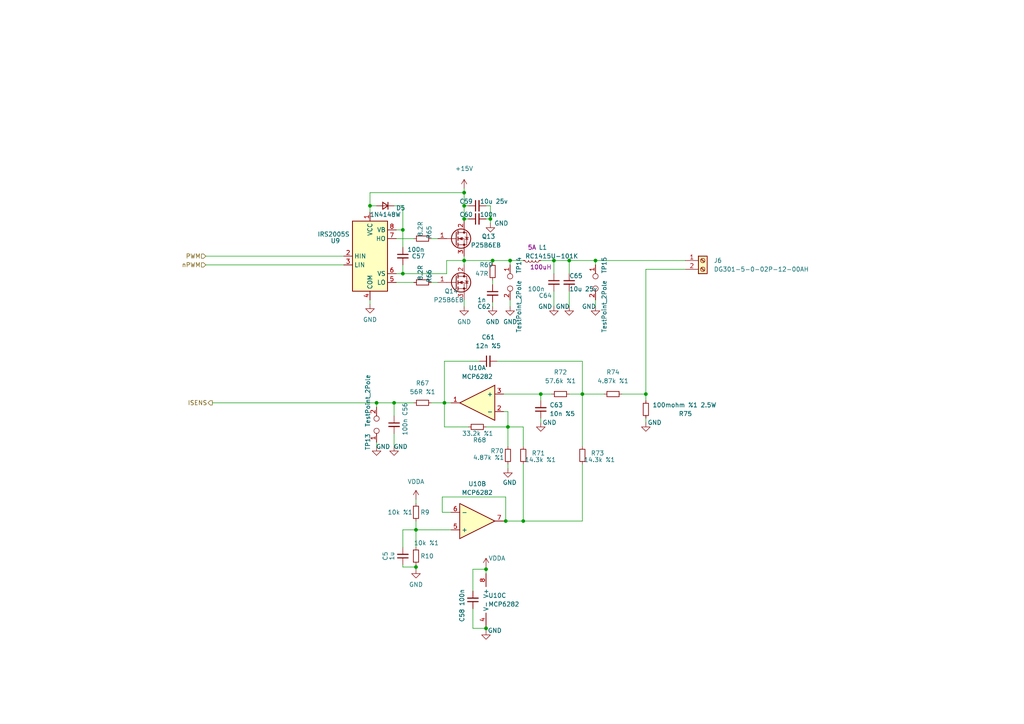
<source format=kicad_sch>
(kicad_sch (version 20211123) (generator eeschema)
  (paper "A4")
  (lib_symbols
    (symbol "Connector:Screw_Terminal_01x02" (pin_names (offset 1.016) hide)
      (property "Reference" "J" (at 0 2.54 0))
      (property "Value" "Screw_Terminal_01x02" (at 0 -5.08 0))
      (symbol "Screw_Terminal_01x02_1_1"
        (rectangle (start -1.27 1.27) (end 1.27 -3.81) (stroke (width 0.254)) (fill (type background)))
        (circle (center 0 -2.54) (radius 0.635) (stroke (width 0.1524)))
        (polyline (pts (xy -0.5334 -2.2098) (xy 0.3302 -3.048)) (stroke (width 0.1524)))
        (polyline (pts (xy -0.5334 0.3302) (xy 0.3302 -0.508)) (stroke (width 0.1524)))
        (polyline (pts (xy -0.3556 -2.032) (xy 0.508 -2.8702)) (stroke (width 0.1524)))
        (polyline (pts (xy -0.3556 0.508) (xy 0.508 -0.3302)) (stroke (width 0.1524)))
        (circle (center 0 0) (radius 0.635) (stroke (width 0.1524)))
        (pin passive line (at -5.08 0 0) (length 3.81) (name "Pin_1") (number "1"))
        (pin passive line (at -5.08 -2.54 0) (length 3.81) (name "Pin_2") (number "2"))
      )
    )
    (symbol "Connector:TestPoint_2Pole" (pin_names (offset 0.762) hide)
      (property "Reference" "TP" (at 0 1.524 0))
      (property "Value" "TestPoint_2Pole" (at 0 -1.778 0))
      (symbol "TestPoint_2Pole_0_1"
        (circle (center -1.778 0) (radius 0.762))
        (circle (center 1.778 0) (radius 0.762))
        (pin passive line (at -5.08 0 0) (length 2.54) (name "1") (number "1"))
        (pin passive line (at 5.08 0 180) (length 2.54) (name "2") (number "2"))
      )
    )
    (symbol "Device:C_Small" (pin_numbers hide) (pin_names (offset 0.254) hide)
      (property "Reference" "C" (at 0.254 1.778 0))
      (property "Value" "C_Small" (at 0.254 -2.032 0))
      (symbol "C_Small_0_1"
        (polyline (pts (xy -1.524 -0.508) (xy 1.524 -0.508)) (stroke (width 0.3302)))
        (polyline (pts (xy -1.524 0.508) (xy 1.524 0.508)) (stroke (width 0.3048)))
      )
      (symbol "C_Small_1_1"
        (pin passive line (at 0 2.54 270) (length 2.032) (name "~") (number "1"))
        (pin passive line (at 0 -2.54 90) (length 2.032) (name "~") (number "2"))
      )
    )
    (symbol "Device:D_Small" (pin_numbers hide) (pin_names (offset 0.254) hide)
      (property "Reference" "D" (at -1.27 2.032 0))
      (property "Value" "D_Small" (at -3.81 -2.032 0))
      (symbol "D_Small_0_1"
        (polyline (pts (xy -0.762 -1.016) (xy -0.762 1.016)) (stroke (width 0.254)))
        (polyline (pts (xy -0.762 0) (xy 0.762 0)))
        (polyline (pts (xy 0.762 -1.016) (xy -0.762 0) (xy 0.762 1.016) (xy 0.762 -1.016)) (stroke (width 0.254)))
      )
      (symbol "D_Small_1_1"
        (pin passive line (at -2.54 0 0) (length 1.778) (name "K") (number "1"))
        (pin passive line (at 2.54 0 180) (length 1.778) (name "A") (number "2"))
      )
    )
    (symbol "Device:L_Small" (pin_numbers hide) (pin_names (offset 0.254) hide)
      (property "Reference" "L" (at 0.762 1.016 0))
      (property "Value" "L_Small" (at 0.762 -1.016 0))
      (symbol "L_Small_0_1"
        (arc (start 0 -2.032) (mid 0.508 -1.524) (end 0 -1.016))
        (arc (start 0 -1.016) (mid 0.508 -0.508) (end 0 0))
        (arc (start 0 0) (mid 0.508 0.508) (end 0 1.016))
        (arc (start 0 1.016) (mid 0.508 1.524) (end 0 2.032))
      )
      (symbol "L_Small_1_1"
        (pin passive line (at 0 2.54 270) (length 0.508) (name "~") (number "1"))
        (pin passive line (at 0 -2.54 90) (length 0.508) (name "~") (number "2"))
      )
    )
    (symbol "Device:Opamp_Dual"
      (property "Reference" "U" (at 0 5.08 0))
      (property "Value" "Opamp_Dual" (at 0 -5.08 0))
      (symbol "Opamp_Dual_1_1"
        (polyline (pts (xy -5.08 5.08) (xy 5.08 0) (xy -5.08 -5.08) (xy -5.08 5.08)) (stroke (width 0.254)) (fill (type background)))
        (pin output line (at 7.62 0 180) (length 2.54) (name "~") (number "1"))
        (pin input line (at -7.62 -2.54 0) (length 2.54) (name "-") (number "2"))
        (pin input line (at -7.62 2.54 0) (length 2.54) (name "+") (number "3"))
      )
      (symbol "Opamp_Dual_2_1"
        (polyline (pts (xy -5.08 5.08) (xy 5.08 0) (xy -5.08 -5.08) (xy -5.08 5.08)) (stroke (width 0.254)) (fill (type background)))
        (pin input line (at -7.62 2.54 0) (length 2.54) (name "+") (number "5"))
        (pin input line (at -7.62 -2.54 0) (length 2.54) (name "-") (number "6"))
        (pin output line (at 7.62 0 180) (length 2.54) (name "~") (number "7"))
      )
      (symbol "Opamp_Dual_3_1"
        (pin power_in line (at -2.54 -7.62 90) (length 3.81) (name "V-") (number "4"))
        (pin power_in line (at -2.54 7.62 270) (length 3.81) (name "V+") (number "8"))
      )
    )
    (symbol "Device:Q_NMOS_GDS" (pin_names (offset 0) hide)
      (property "Reference" "Q" (at 5.08 1.27 0))
      (property "Value" "Q_NMOS_GDS" (at 5.08 -1.27 0))
      (symbol "Q_NMOS_GDS_0_1"
        (polyline (pts (xy 0.254 0) (xy -2.54 0)))
        (polyline (pts (xy 0.254 1.905) (xy 0.254 -1.905)) (stroke (width 0.254)))
        (polyline (pts (xy 0.762 -1.27) (xy 0.762 -2.286)) (stroke (width 0.254)))
        (polyline (pts (xy 0.762 0.508) (xy 0.762 -0.508)) (stroke (width 0.254)))
        (polyline (pts (xy 0.762 2.286) (xy 0.762 1.27)) (stroke (width 0.254)))
        (polyline (pts (xy 2.54 2.54) (xy 2.54 1.778)))
        (polyline (pts (xy 2.54 -2.54) (xy 2.54 0) (xy 0.762 0)))
        (polyline (pts (xy 0.762 -1.778) (xy 3.302 -1.778) (xy 3.302 1.778) (xy 0.762 1.778)))
        (polyline (pts (xy 1.016 0) (xy 2.032 0.381) (xy 2.032 -0.381) (xy 1.016 0)) (fill (type outline)))
        (polyline (pts (xy 2.794 0.508) (xy 2.921 0.381) (xy 3.683 0.381) (xy 3.81 0.254)))
        (polyline (pts (xy 3.302 0.381) (xy 2.921 -0.254) (xy 3.683 -0.254) (xy 3.302 0.381)))
        (circle (center 1.651 0) (radius 2.794) (stroke (width 0.254)))
        (circle (center 2.54 -1.778) (radius 0.254) (fill (type outline)))
        (circle (center 2.54 1.778) (radius 0.254) (fill (type outline)))
      )
      (symbol "Q_NMOS_GDS_1_1"
        (pin input line (at -5.08 0 0) (length 2.54) (name "G") (number "1"))
        (pin passive line (at 2.54 5.08 270) (length 2.54) (name "D") (number "2"))
        (pin passive line (at 2.54 -5.08 90) (length 2.54) (name "S") (number "3"))
      )
    )
    (symbol "Device:R_Small" (pin_numbers hide) (pin_names (offset 0.254) hide)
      (property "Reference" "R" (at 0.762 0.508 0))
      (property "Value" "R_Small" (at 0.762 -1.016 0))
      (symbol "R_Small_0_1"
        (rectangle (start -0.762 1.778) (end 0.762 -1.778) (stroke (width 0.2032)))
      )
      (symbol "R_Small_1_1"
        (pin passive line (at 0 2.54 270) (length 0.762) (name "~") (number "1"))
        (pin passive line (at 0 -2.54 90) (length 0.762) (name "~") (number "2"))
      )
    )
    (symbol "Driver_FET:IRS2005S"
      (property "Reference" "U" (at 1.27 13.335 0))
      (property "Value" "IRS2005S" (at 1.27 11.43 0))
      (symbol "IRS2005S_0_1"
        (rectangle (start -5.08 -10.16) (end 5.08 10.16) (stroke (width 0.254)) (fill (type background)))
      )
      (symbol "IRS2005S_1_1"
        (pin power_in line (at 0 12.7 270) (length 2.54) (name "VCC") (number "1"))
        (pin input line (at -7.62 0 0) (length 2.54) (name "HIN") (number "2"))
        (pin input line (at -7.62 -2.54 0) (length 2.54) (name "LIN") (number "3"))
        (pin power_in line (at 0 -12.7 90) (length 2.54) (name "COM") (number "4"))
        (pin output line (at 7.62 -7.62 180) (length 2.54) (name "LO") (number "5"))
        (pin passive line (at 7.62 -5.08 180) (length 2.54) (name "VS") (number "6"))
        (pin output line (at 7.62 5.08 180) (length 2.54) (name "HO") (number "7"))
        (pin passive line (at 7.62 7.62 180) (length 2.54) (name "VB") (number "8"))
      )
    )
    (symbol "power:+15V" (power) (pin_names (offset 0))
      (property "Value" "+15V" (at 0 3.556 0))
      (symbol "+15V_0_1"
        (polyline (pts (xy -0.762 1.27) (xy 0 2.54)))
        (polyline (pts (xy 0 0) (xy 0 2.54)))
        (polyline (pts (xy 0 2.54) (xy 0.762 1.27)))
      )
      (symbol "+15V_1_1"
        (pin power_in line (at 0 0 90) (length 0) hide (name "+15V") (number "1"))
      )
    )
    (symbol "power:GND" (power) (pin_names (offset 0))
      (property "Value" "GND" (at 0 -3.81 0))
      (symbol "GND_0_1"
        (polyline (pts (xy 0 0) (xy 0 -1.27) (xy 1.27 -1.27) (xy 0 -2.54) (xy -1.27 -1.27) (xy 0 -1.27)))
      )
      (symbol "GND_1_1"
        (pin power_in line (at 0 0 270) (length 0) hide (name "GND") (number "1"))
      )
    )
    (symbol "power:VDDA" (power) (pin_names (offset 0))
      (property "Value" "VDDA" (at 0 3.81 0))
      (symbol "VDDA_0_1"
        (polyline (pts (xy -0.762 1.27) (xy 0 2.54)))
        (polyline (pts (xy 0 0) (xy 0 2.54)))
        (polyline (pts (xy 0 2.54) (xy 0.762 1.27)))
      )
      (symbol "VDDA_1_1"
        (pin power_in line (at 0 0 90) (length 0) hide (name "VDDA") (number "1"))
      )
    )
  )
  (junction (at 134.62 55.88))
  (junction (at 134.62 63.5))
  (junction (at 142.24 63.5))
  (junction (at 109.22 116.84))
  (junction (at 147.955 75.565))
  (junction (at 187.325 114.3))
  (junction (at 146.685 151.13))
  (junction (at 156.845 114.3))
  (junction (at 168.91 114.3))
  (junction (at 140.97 165.1))
  (junction (at 114.3 116.84))
  (junction (at 165.1 75.565))
  (junction (at 160.655 75.565))
  (junction (at 116.84 79.375))
  (junction (at 134.62 75.565))
  (junction (at 120.65 153.67))
  (junction (at 151.765 151.13))
  (junction (at 107.315 59.69))
  (junction (at 142.875 75.565))
  (junction (at 128.905 116.84))
  (junction (at 116.84 66.675))
  (junction (at 172.72 75.565))
  (junction (at 134.62 59.69))
  (junction (at 140.97 182.245))
  (junction (at 147.32 123.825))
  (junction (at 120.65 164.465))
  (wire (pts (xy 134.62 59.69) (xy 135.89 59.69)))
  (wire (pts (xy 140.97 164.465) (xy 140.97 165.1)))
  (wire (pts (xy 147.32 134.62) (xy 147.32 135.89)))
  (wire (pts (xy 137.16 176.53) (xy 137.16 182.245)))
  (wire (pts (xy 140.97 123.825) (xy 147.32 123.825)))
  (wire (pts (xy 125.095 81.915) (xy 127 81.915)))
  (wire (pts (xy 59.69 74.295) (xy 99.695 74.295)))
  (wire (pts (xy 142.24 63.5) (xy 142.24 64.77)))
  (wire (pts (xy 125.095 69.215) (xy 127 69.215)))
  (wire (pts (xy 129.54 79.375) (xy 129.54 75.565)))
  (wire (pts (xy 156.845 121.285) (xy 156.845 122.555)))
  (wire (pts (xy 160.655 84.455) (xy 160.655 88.9)))
  (wire (pts (xy 128.27 144.145) (xy 146.685 144.145)))
  (wire (pts (xy 140.97 182.245) (xy 140.97 182.88)))
  (wire (pts (xy 146.685 144.145) (xy 146.685 151.13)))
  (wire (pts (xy 147.955 86.995) (xy 147.955 88.9)))
  (wire (pts (xy 114.3 116.84) (xy 114.3 120.65)))
  (wire (pts (xy 114.3 125.73) (xy 114.3 129.54)))
  (wire (pts (xy 116.84 79.375) (xy 129.54 79.375)))
  (wire (pts (xy 114.935 81.915) (xy 120.015 81.915)))
  (wire (pts (xy 142.875 75.565) (xy 147.955 75.565)))
  (wire (pts (xy 120.015 116.84) (xy 114.3 116.84)))
  (wire (pts (xy 187.325 114.3) (xy 187.325 78.105)))
  (wire (pts (xy 114.935 79.375) (xy 116.84 79.375)))
  (wire (pts (xy 134.62 55.88) (xy 134.62 59.69)))
  (wire (pts (xy 140.97 181.61) (xy 140.97 182.245)))
  (wire (pts (xy 168.91 114.3) (xy 175.26 114.3)))
  (wire (pts (xy 187.325 114.3) (xy 187.325 116.205)))
  (wire (pts (xy 134.62 74.295) (xy 134.62 75.565)))
  (wire (pts (xy 172.72 75.565) (xy 198.755 75.565)))
  (wire (pts (xy 156.845 114.3) (xy 160.02 114.3)))
  (wire (pts (xy 129.54 75.565) (xy 134.62 75.565)))
  (wire (pts (xy 147.955 75.565) (xy 147.955 76.835)))
  (wire (pts (xy 107.315 86.995) (xy 107.315 88.265)))
  (wire (pts (xy 130.81 148.59) (xy 128.27 148.59)))
  (wire (pts (xy 116.84 59.69) (xy 116.84 66.675)))
  (wire (pts (xy 125.095 116.84) (xy 128.905 116.84)))
  (wire (pts (xy 151.765 134.62) (xy 151.765 151.13)))
  (wire (pts (xy 151.765 151.13) (xy 146.685 151.13)))
  (wire (pts (xy 116.84 158.75) (xy 116.84 153.67)))
  (wire (pts (xy 134.62 54.61) (xy 134.62 55.88)))
  (wire (pts (xy 134.62 86.995) (xy 134.62 88.9)))
  (wire (pts (xy 116.84 76.835) (xy 116.84 79.375)))
  (wire (pts (xy 165.1 75.565) (xy 172.72 75.565)))
  (wire (pts (xy 109.22 59.69) (xy 107.315 59.69)))
  (wire (pts (xy 59.69 76.835) (xy 99.695 76.835)))
  (wire (pts (xy 140.97 63.5) (xy 142.24 63.5)))
  (wire (pts (xy 165.1 75.565) (xy 165.1 79.375)))
  (wire (pts (xy 147.32 123.825) (xy 147.32 119.38)))
  (wire (pts (xy 120.65 151.13) (xy 120.65 153.67)))
  (wire (pts (xy 165.1 84.455) (xy 165.1 88.9)))
  (wire (pts (xy 144.145 104.775) (xy 168.91 104.775)))
  (wire (pts (xy 120.65 163.83) (xy 120.65 164.465)))
  (wire (pts (xy 139.065 104.775) (xy 128.905 104.775)))
  (wire (pts (xy 109.22 116.84) (xy 114.3 116.84)))
  (wire (pts (xy 137.16 165.1) (xy 137.16 171.45)))
  (wire (pts (xy 142.875 81.28) (xy 142.875 82.55)))
  (wire (pts (xy 107.315 55.88) (xy 107.315 59.69)))
  (wire (pts (xy 142.24 59.69) (xy 142.24 63.5)))
  (wire (pts (xy 114.935 69.215) (xy 120.015 69.215)))
  (wire (pts (xy 180.34 114.3) (xy 187.325 114.3)))
  (wire (pts (xy 140.97 59.69) (xy 142.24 59.69)))
  (wire (pts (xy 165.1 114.3) (xy 168.91 114.3)))
  (wire (pts (xy 61.595 116.84) (xy 109.22 116.84)))
  (wire (pts (xy 146.05 151.13) (xy 146.685 151.13)))
  (wire (pts (xy 134.62 75.565) (xy 134.62 76.835)))
  (wire (pts (xy 168.91 114.3) (xy 168.91 129.54)))
  (wire (pts (xy 151.765 123.825) (xy 147.32 123.825)))
  (wire (pts (xy 116.84 164.465) (xy 120.65 164.465)))
  (wire (pts (xy 172.72 75.565) (xy 172.72 76.835)))
  (wire (pts (xy 151.765 151.13) (xy 168.91 151.13)))
  (wire (pts (xy 147.32 119.38) (xy 146.05 119.38)))
  (wire (pts (xy 116.84 153.67) (xy 120.65 153.67)))
  (wire (pts (xy 140.97 165.1) (xy 140.97 166.37)))
  (wire (pts (xy 114.3 59.69) (xy 116.84 59.69)))
  (wire (pts (xy 156.845 114.3) (xy 156.845 116.205)))
  (wire (pts (xy 172.72 86.995) (xy 172.72 88.9)))
  (wire (pts (xy 128.27 148.59) (xy 128.27 144.145)))
  (wire (pts (xy 120.65 146.05) (xy 120.65 144.78)))
  (wire (pts (xy 120.65 153.67) (xy 130.81 153.67)))
  (wire (pts (xy 147.32 123.825) (xy 147.32 129.54)))
  (wire (pts (xy 120.65 164.465) (xy 120.65 165.1)))
  (wire (pts (xy 168.91 104.775) (xy 168.91 114.3)))
  (wire (pts (xy 147.955 75.565) (xy 151.765 75.565)))
  (wire (pts (xy 107.315 55.88) (xy 134.62 55.88)))
  (wire (pts (xy 134.62 63.5) (xy 134.62 64.135)))
  (wire (pts (xy 109.22 128.27) (xy 109.22 129.54)))
  (wire (pts (xy 156.845 75.565) (xy 160.655 75.565)))
  (wire (pts (xy 116.84 71.755) (xy 116.84 66.675)))
  (wire (pts (xy 160.655 75.565) (xy 160.655 79.375)))
  (wire (pts (xy 146.05 114.3) (xy 156.845 114.3)))
  (wire (pts (xy 151.765 129.54) (xy 151.765 123.825)))
  (wire (pts (xy 142.875 75.565) (xy 142.875 76.2)))
  (wire (pts (xy 116.84 163.83) (xy 116.84 164.465)))
  (wire (pts (xy 168.91 151.13) (xy 168.91 134.62)))
  (wire (pts (xy 107.315 59.69) (xy 107.315 61.595)))
  (wire (pts (xy 134.62 59.69) (xy 134.62 63.5)))
  (wire (pts (xy 116.84 66.675) (xy 114.935 66.675)))
  (wire (pts (xy 137.16 182.245) (xy 140.97 182.245)))
  (wire (pts (xy 128.905 116.84) (xy 130.81 116.84)))
  (wire (pts (xy 128.905 104.775) (xy 128.905 116.84)))
  (wire (pts (xy 160.655 75.565) (xy 165.1 75.565)))
  (wire (pts (xy 134.62 75.565) (xy 142.875 75.565)))
  (wire (pts (xy 187.325 78.105) (xy 198.755 78.105)))
  (wire (pts (xy 109.22 116.84) (xy 109.22 118.11)))
  (wire (pts (xy 134.62 63.5) (xy 135.89 63.5)))
  (wire (pts (xy 142.875 87.63) (xy 142.875 88.9)))
  (wire (pts (xy 120.65 153.67) (xy 120.65 158.75)))
  (wire (pts (xy 128.905 123.825) (xy 128.905 116.84)))
  (wire (pts (xy 128.905 123.825) (xy 135.89 123.825)))
  (wire (pts (xy 140.97 165.1) (xy 137.16 165.1)))
  (wire (pts (xy 187.325 121.285) (xy 187.325 122.555)))
  (hierarchical_label "PWM" (shape input) (at 59.69 74.295 180))
  (hierarchical_label "nPWM" (shape input) (at 59.69 76.835 180))
  (hierarchical_label "ISENS" (shape output) (at 61.595 116.84 180))
  (symbol (lib_id "power:VDDA") (at 120.65 144.78 0) (unit 1)
    (property "Reference" "#PWR0162" (effects hide))
    (property "Value" "VDDA" (at 120.65 139.7 0))
  )
  (symbol (lib_id "power:GND") (at 147.32 135.89 0) (unit 1)
    (property "Reference" "#PWR079" (effects hide))
    (property "Value" "GND" (at 147.828 139.954 0))
  )
  (symbol (lib_id "power:+15V") (at 134.62 54.61 0) (unit 1)
    (property "Reference" "#PWR073" (effects hide))
    (property "Value" "+15V" (at 134.62 48.895 0))
  )
  (symbol (lib_id "power:GND") (at 172.72 88.9 0) (unit 1)
    (property "Reference" "#PWR084" (effects hide))
    (property "Value" "GND" (at 170.815 88.9 0))
  )
  (symbol (lib_id "Device:R_Small") (at 187.325 118.745 0) (unit 1)
    (property "Reference" "R75" (at 196.85 120.015 0) (effects (justify left)))
    (property "Value" "100mohm %1 2.5W" (at 189.23 117.475 0) (effects (justify left)))
    (property "Footprint" "Resistor_SMD:R_2512_6332Metric_Pad1.40x3.35mm_HandSolder" (effects hide))
    (property "Link" "https://ozdisan.com/passive-components/resistors/precision-power-and-shunt-resistors/CMS-R100-1-0-3000" (effects hide))
    (property "Price" "0.57604" (effects hide))
  )
  (symbol (lib_id "power:GND") (at 114.3 129.54 0) (unit 1)
    (property "Reference" "#PWR072" (effects hide))
    (property "Value" "GND" (at 116.205 129.54 0))
  )
  (symbol (lib_id "power:GND") (at 120.65 165.1 0) (unit 1)
    (property "Reference" "#PWR0166" (effects hide))
    (property "Value" "GND" (at 120.65 169.545 0))
  )
  (symbol (lib_id "power:GND") (at 107.315 88.265 0) (unit 1)
    (property "Reference" "#PWR070" (effects hide))
    (property "Value" "GND" (at 107.315 92.71 0))
  )
  (symbol (lib_id "Device:R_Small") (at 162.56 114.3 90) (unit 1)
    (property "Reference" "R72" (at 162.56 107.95 90))
    (property "Value" "57.6k %1" (at 162.56 110.49 90))
    (property "Footprint" "Resistor_SMD:R_0603_1608Metric_Pad0.98x0.95mm_HandSolder" (effects hide))
    (property "Link" "https://ozdisan.com/passive-components/resistors/smt-smd-and-chip-resistors/0603SAF5762T5E" (effects hide))
    (property "Price" "0.00221" (effects hide))
  )
  (symbol (lib_id "Device:C_Small") (at 142.875 85.09 0) (unit 1)
    (property "Reference" "C62" (at 138.43 88.9 0) (effects (justify left)))
    (property "Value" "1n" (at 138.43 86.995 0) (effects (justify left)))
    (property "Footprint" "Capacitor_SMD:C_0603_1608Metric_Pad1.08x0.95mm_HandSolder" (effects hide))
    (property "Link" "https://ozdisan.com/passive-components/capacitors/smt-smd-and-mlcc-capacitors/CL10B102KB8NNNC" (effects hide))
    (property "Price" "0.00532" (effects hide))
  )
  (symbol (lib_id "Device:Opamp_Dual") (at 138.43 116.84 0) (mirror y) (unit 1)
    (property "Reference" "U10" (at 138.43 106.68 0))
    (property "Value" "MCP6282" (at 138.43 109.22 0))
    (property "Footprint" "Package_SO:SOIC-8_3.9x4.9mm_P1.27mm" (effects hide))
    (property "Link" "https://ozdisan.com/integrated-circuits-ics/linear-ics/amplifiers/MCP6282T-ESN" (effects hide))
    (property "Price" "1.96988" (effects hide))
  )
  (symbol (lib_id "Device:L_Small") (at 154.305 75.565 270) (unit 1)
    (property "Reference" "L1" (at 157.48 71.755 90))
    (property "Value" "RC1415U-101K" (at 160.02 74.295 90))
    (property "Footprint" "inductor:RC1415U-101K" (effects hide))
    (property "Inductance" "100uH" (at 156.845 77.47 90))
    (property "Current" "5A" (at 154.305 71.755 90))
    (property "Link" "https://ozdisan.com/passive-components/inductors/fixed-inductors/RC1415U-101K" (effects hide))
    (property "Price" "1.21707" (effects hide))
  )
  (symbol (lib_id "Device:R_Small") (at 122.555 116.84 90) (unit 1)
    (property "Reference" "R67" (at 122.555 111.125 90))
    (property "Value" "56R %1" (at 122.555 113.665 90))
    (property "Footprint" "Resistor_SMD:R_0603_1608Metric_Pad0.98x0.95mm_HandSolder" (effects hide))
    (property "Link" "https://ozdisan.com/passive-components/resistors/smt-smd-and-chip-resistors/0603SAF560JT5E" (effects hide))
    (property "Price" "0.00221" (effects hide))
  )
  (symbol (lib_id "power:GND") (at 165.1 88.9 0) (unit 1)
    (property "Reference" "#PWR083" (effects hide))
    (property "Value" "GND" (at 163.195 88.9 0))
  )
  (symbol (lib_id "Device:C_Small") (at 160.655 81.915 0) (unit 1)
    (property "Reference" "C64" (at 156.21 85.725 0) (effects (justify left)))
    (property "Value" "100n" (at 153.035 83.82 0) (effects (justify left)))
    (property "Footprint" "Capacitor_SMD:C_0603_1608Metric_Pad1.08x0.95mm_HandSolder" (effects hide))
    (property "Link" "https://ozdisan.com/passive-components/capacitors/smt-smd-and-mlcc-capacitors/CL10B104KB8NNNC" (effects hide))
    (property "Price" "0.00448" (effects hide))
  )
  (symbol (lib_id "power:GND") (at 142.875 88.9 0) (unit 1)
    (property "Reference" "#PWR078" (effects hide))
    (property "Value" "GND" (at 142.875 93.345 0))
  )
  (symbol (lib_id "Device:Opamp_Dual") (at 138.43 151.13 0) (mirror x) (unit 2)
    (property "Reference" "U10" (at 138.43 140.335 0))
    (property "Value" "MCP6282" (at 138.43 142.875 0))
    (property "Footprint" "Package_SO:SOIC-8_3.9x4.9mm_P1.27mm" (effects hide))
    (property "Link" "https://ozdisan.com/integrated-circuits-ics/linear-ics/amplifiers/MCP6282T-ESN" (effects hide))
    (property "Price" "1.96988" (effects hide))
  )
  (symbol (lib_id "Device:C_Small") (at 114.3 123.19 0) (unit 1)
    (property "Reference" "C56" (at 117.475 120.65 90) (effects (justify left)))
    (property "Value" "100n" (at 117.475 126.365 90) (effects (justify left)))
    (property "Footprint" "Capacitor_SMD:C_0603_1608Metric_Pad1.08x0.95mm_HandSolder" (effects hide))
    (property "Link" "https://ozdisan.com/passive-components/capacitors/smt-smd-and-mlcc-capacitors/CL10B104KB8NNNC" (effects hide))
    (property "Price" "0.00448" (effects hide))
  )
  (symbol (lib_id "Device:R_Small") (at 122.555 81.915 270) (unit 1)
    (property "Reference" "R66" (at 124.46 78.105 0) (effects (justify left)))
    (property "Value" "8.2R" (at 121.92 76.835 0) (effects (justify left)))
    (property "Footprint" "Resistor_SMD:R_0603_1608Metric_Pad0.98x0.95mm_HandSolder" (effects hide))
    (property "Link" "https://ozdisan.com/passive-components/resistors/smt-smd-and-chip-resistors/0603SAJ082JT5E" (effects hide))
    (property "Price" "0.00168" (effects hide))
  )
  (symbol (lib_id "Device:R_Small") (at 147.32 132.08 0) (unit 1)
    (property "Reference" "R70" (at 142.24 130.81 0) (effects (justify left)))
    (property "Value" "4.87k %1" (at 137.16 132.715 0) (effects (justify left)))
    (property "Footprint" "Resistor_SMD:R_0603_1608Metric_Pad0.98x0.95mm_HandSolder" (effects hide))
    (property "Link" "https://ozdisan.com/passive-components/resistors/smt-smd-and-chip-resistors/0603SAF4871T5E" (effects hide))
    (property "Price" "0.00221" (effects hide))
  )
  (symbol (lib_id "Device:R_Small") (at 122.555 69.215 270) (unit 1)
    (property "Reference" "R65" (at 124.46 65.405 0) (effects (justify left)))
    (property "Value" "8.2R" (at 121.92 64.135 0) (effects (justify left)))
    (property "Footprint" "Resistor_SMD:R_0603_1608Metric_Pad0.98x0.95mm_HandSolder" (effects hide))
    (property "Link" "https://ozdisan.com/passive-components/resistors/smt-smd-and-chip-resistors/0603SAJ082JT5E" (effects hide))
    (property "Price" "0.00168" (effects hide))
  )
  (symbol (lib_id "Connector:TestPoint_2Pole") (at 147.955 81.915 270) (unit 1)
    (property "Reference" "TP14" (at 150.495 79.375 0) (effects (justify right)))
    (property "Value" "TestPoint_2Pole" (at 150.495 96.52 0) (effects (justify right)))
    (property "Footprint" "Connector_PinHeader_2.54mm:PinHeader_1x02_P2.54mm_Vertical" (effects hide))
    (property "Link" "https://ozdisan.com/connectors-and-interconnects/headers/pin-headers/L-KLS1-207-1-02-S" (effects hide))
    (property "Price" "0.1293" (effects hide))
  )
  (symbol (lib_id "Device:Q_NMOS_GDS") (at 132.08 81.915 0) (unit 1)
    (property "Reference" "Q14" (at 128.905 84.455 0) (effects (justify left)))
    (property "Value" "P25B6EB" (at 125.73 86.995 0) (effects (justify left)))
    (property "Footprint" "Package_TO_SOT_SMD:TO-252-2" (effects hide))
    (property "Link" "https://ozdisan.com/power-semiconductors/mosfets/discrete-mosfets/P25B6EB-5071" (effects hide))
    (property "Price" "0.76360" (effects hide))
  )
  (symbol (lib_id "Device:C_Small") (at 116.84 161.29 180) (unit 1)
    (property "Reference" "C5" (at 111.76 161.29 90))
    (property "Value" "1u" (at 113.665 161.29 90))
    (property "Footprint" "Capacitor_SMD:C_0603_1608Metric_Pad1.08x0.95mm_HandSolder" (effects hide))
    (property "Link" "https://ozdisan.com/passive-components/capacitors/smt-smd-and-mlcc-capacitors/CL10B105KA8NNNC" (effects hide))
    (property "Price" "0.00926" (effects hide))
  )
  (symbol (lib_id "Device:C_Small") (at 137.16 173.99 180) (unit 1)
    (property "Reference" "C58" (at 133.985 176.53 90) (effects (justify left)))
    (property "Value" "100n" (at 133.985 170.815 90) (effects (justify left)))
    (property "Footprint" "Capacitor_SMD:C_0603_1608Metric_Pad1.08x0.95mm_HandSolder" (effects hide))
    (property "Link" "https://ozdisan.com/passive-components/capacitors/smt-smd-and-mlcc-capacitors/CL10B104KB8NNNC" (effects hide))
    (property "Price" "0.00448" (effects hide))
  )
  (symbol (lib_id "Device:Opamp_Dual") (at 138.43 173.99 0) (mirror y) (unit 3)
    (property "Reference" "U10" (at 141.605 172.7199 0) (effects (justify right)))
    (property "Value" "MCP6282" (at 141.605 175.2599 0) (effects (justify right)))
    (property "Footprint" "Package_SO:SOIC-8_3.9x4.9mm_P1.27mm" (effects hide))
    (property "Link" "https://ozdisan.com/integrated-circuits-ics/linear-ics/amplifiers/MCP6282T-ESN" (effects hide))
    (property "Price" "1.96988" (effects hide))
  )
  (symbol (lib_id "power:GND") (at 187.325 122.555 0) (unit 1)
    (property "Reference" "#PWR085" (effects hide))
    (property "Value" "GND" (at 189.865 122.555 0))
  )
  (symbol (lib_id "power:GND") (at 156.845 122.555 0) (unit 1)
    (property "Reference" "#PWR081" (effects hide))
    (property "Value" "GND" (at 159.385 122.555 0))
  )
  (symbol (lib_id "Device:C_Small") (at 138.43 59.69 90) (unit 1)
    (property "Reference" "C59" (at 137.16 58.42 90) (effects (justify left)))
    (property "Value" "10u 25v" (at 147.32 58.42 90) (effects (justify left)))
    (property "Footprint" "Capacitor_SMD:C_0805_2012Metric_Pad1.18x1.45mm_HandSolder" (effects hide))
    (property "Link" "https://ozdisan.com/passive-components/capacitors/smt-smd-and-mlcc-capacitors/CL21A106KAYNNNE" (effects hide))
    (property "Price" "0.04807" (effects hide))
  )
  (symbol (lib_id "Device:R_Small") (at 120.65 161.29 0) (unit 1)
    (property "Reference" "R10" (at 121.92 161.29 0) (effects (justify left)))
    (property "Value" "10k %1" (at 120.015 157.48 0) (effects (justify left)))
    (property "Footprint" "Resistor_SMD:R_0603_1608Metric_Pad0.98x0.95mm_HandSolder" (effects hide))
    (property "Link" "https://ozdisan.com/passive-components/resistors/smt-smd-and-chip-resistors/0603SAF1002T5E" (effects hide))
    (property "Price" "0.00221" (effects hide))
  )
  (symbol (lib_id "Connector:TestPoint_2Pole") (at 172.72 81.915 270) (unit 1)
    (property "Reference" "TP15" (at 175.26 79.375 0) (effects (justify right)))
    (property "Value" "TestPoint_2Pole" (at 175.26 96.52 0) (effects (justify right)))
    (property "Footprint" "Connector_PinHeader_2.54mm:PinHeader_1x02_P2.54mm_Vertical" (effects hide))
    (property "Link" "https://ozdisan.com/connectors-and-interconnects/headers/pin-headers/L-KLS1-207-1-02-S" (effects hide))
    (property "Price" "0.1293" (effects hide))
  )
  (symbol (lib_id "Driver_FET:IRS2005S") (at 107.315 74.295 0) (unit 1)
    (property "Reference" "U9" (at 95.885 69.85 0) (effects (justify left)))
    (property "Value" "IRS2005S" (at 92.075 67.945 0) (effects (justify left)))
    (property "Footprint" "Package_SO:SOIC-8_3.9x4.9mm_P1.27mm" (effects hide))
    (property "Datasheet" "https://www.infineon.com/dgdl/Infineon-IRS2005S-DS-v02_00-EN.pdf?fileId=5546d462533600a4015364c4246229e1" (effects hide))
    (property "Link" "https://ozdisan.com/integrated-circuits-ics/power-management-ics/power-drivers/IRS2005STRPBF" (effects hide))
    (property "Price" "1.63317" (effects hide))
  )
  (symbol (lib_id "power:GND") (at 142.24 64.77 0) (unit 1)
    (property "Reference" "#PWR077" (effects hide))
    (property "Value" "GND" (at 145.415 64.77 0))
  )
  (symbol (lib_id "Device:C_Small") (at 165.1 81.915 0) (unit 1)
    (property "Reference" "C65" (at 165.1 80.01 0) (effects (justify left)))
    (property "Value" "10u 25v" (at 165.1 83.82 0) (effects (justify left)))
    (property "Footprint" "Capacitor_SMD:C_0805_2012Metric_Pad1.18x1.45mm_HandSolder" (effects hide))
    (property "Link" "https://ozdisan.com/passive-components/capacitors/smt-smd-and-mlcc-capacitors/CL21A106KAYNNNE" (effects hide))
    (property "Price" "0.04807" (effects hide))
  )
  (symbol (lib_id "power:VDDA") (at 140.97 164.465 0) (unit 1)
    (property "Reference" "#PWR075" (effects hide))
    (property "Value" "VDDA" (at 144.145 161.925 0))
  )
  (symbol (lib_id "power:GND") (at 160.655 88.9 0) (unit 1)
    (property "Reference" "#PWR082" (effects hide))
    (property "Value" "GND" (at 158.115 88.9 0))
  )
  (symbol (lib_id "power:GND") (at 109.22 129.54 0) (unit 1)
    (property "Reference" "#PWR071" (effects hide))
    (property "Value" "GND" (at 111.125 129.54 0))
  )
  (symbol (lib_id "Device:R_Small") (at 142.875 78.74 0) (unit 1)
    (property "Reference" "R69" (at 139.065 76.835 0) (effects (justify left)))
    (property "Value" "47R" (at 137.795 79.375 0) (effects (justify left)))
    (property "Footprint" "Resistor_SMD:R_0603_1608Metric_Pad0.98x0.95mm_HandSolder" (effects hide))
    (property "Link" "https://ozdisan.com/passive-components/resistors/smt-smd-and-chip-resistors/0603SAF470JT5E" (effects hide))
    (property "Price" "0.00221" (effects hide))
  )
  (symbol (lib_id "Device:D_Small") (at 111.76 59.69 180) (unit 1)
    (property "Reference" "D5" (at 116.205 60.325 0))
    (property "Value" "1N4148W" (at 111.76 62.23 0))
    (property "Footprint" "Diode_SMD:D_SOD-123" (effects hide))
    (property "Link" "https://ozdisan.com/power-semiconductors/diodes-diode-modules-and-rectifiers/general-purpose-diodes/1N4148W-HT" (effects hide))
    (property "Price" "0.01562" (effects hide))
  )
  (symbol (lib_id "Device:C_Small") (at 138.43 63.5 90) (unit 1)
    (property "Reference" "C60" (at 137.16 62.23 90) (effects (justify left)))
    (property "Value" "100n" (at 144.145 62.23 90) (effects (justify left)))
    (property "Footprint" "Capacitor_SMD:C_0603_1608Metric_Pad1.08x0.95mm_HandSolder" (effects hide))
    (property "Link" "https://ozdisan.com/passive-components/capacitors/smt-smd-and-mlcc-capacitors/CL10B104KB8NNNC" (effects hide))
    (property "Price" "0.00448" (effects hide))
  )
  (symbol (lib_id "Device:R_Small") (at 120.65 148.59 0) (unit 1)
    (property "Reference" "R9" (at 121.92 148.59 0) (effects (justify left)))
    (property "Value" "10k %1" (at 112.395 148.59 0) (effects (justify left)))
    (property "Footprint" "Resistor_SMD:R_0603_1608Metric_Pad0.98x0.95mm_HandSolder" (effects hide))
    (property "Link" "https://ozdisan.com/passive-components/resistors/smt-smd-and-chip-resistors/0603SAF1002T5E" (effects hide))
    (property "Price" "0.00221" (effects hide))
  )
  (symbol (lib_id "Device:R_Small") (at 151.765 132.08 180) (unit 1)
    (property "Reference" "R71" (at 158.115 131.445 0) (effects (justify left)))
    (property "Value" "14.3k %1" (at 161.29 133.35 0) (effects (justify left)))
    (property "Footprint" "Resistor_SMD:R_0603_1608Metric_Pad0.98x0.95mm_HandSolder" (effects hide))
    (property "Link" "https://ozdisan.com/passive-components/resistors/smt-smd-and-chip-resistors/0603SAF1432T5E" (effects hide))
    (property "Price" "0.00221" (effects hide))
  )
  (symbol (lib_id "Device:C_Small") (at 116.84 74.295 0) (unit 1)
    (property "Reference" "C57" (at 119.38 74.295 0) (effects (justify left)))
    (property "Value" "100n" (at 118.11 72.39 0) (effects (justify left)))
    (property "Footprint" "Capacitor_SMD:C_0603_1608Metric_Pad1.08x0.95mm_HandSolder" (effects hide))
    (property "Link" "https://ozdisan.com/passive-components/capacitors/smt-smd-and-mlcc-capacitors/CL10B104KB8NNNC" (effects hide))
    (property "Price" "0.00448" (effects hide))
  )
  (symbol (lib_id "Device:C_Small") (at 141.605 104.775 90) (unit 1)
    (property "Reference" "C61" (at 141.6113 97.79 90))
    (property "Value" "12n %5" (at 141.6113 100.33 90))
    (property "Footprint" "Capacitor_SMD:C_0805_2012Metric_Pad1.18x1.45mm_HandSolder" (effects hide))
    (property "Link" "https://ozdisan.com/passive-components/capacitors/smt-smd-and-mlcc-capacitors/CL21B123KBANNNC" (effects hide))
    (property "Price" "0.05173" (effects hide))
  )
  (symbol (lib_id "Device:C_Small") (at 156.845 118.745 180) (unit 1)
    (property "Reference" "C63" (at 159.385 117.4685 0) (effects (justify right)))
    (property "Value" "10n %5" (at 159.385 120.0085 0) (effects (justify right)))
    (property "Footprint" "Capacitor_SMD:C_0603_1608Metric_Pad1.08x0.95mm_HandSolder" (effects hide))
    (property "Link" "https://ozdisan.com/passive-components/capacitors/smt-smd-and-mlcc-capacitors/GRM1885C1H103JA01D" (effects hide))
    (property "Price" "0.04050" (effects hide))
  )
  (symbol (lib_id "power:GND") (at 134.62 88.9 0) (unit 1)
    (property "Reference" "#PWR074" (effects hide))
    (property "Value" "GND" (at 134.62 93.345 0))
  )
  (symbol (lib_id "Connector:Screw_Terminal_01x02") (at 203.835 75.565 0) (unit 1)
    (property "Reference" "J6" (at 207.01 75.5649 0) (effects (justify left)))
    (property "Value" "DG301-5-0-02P-12-00AH" (at 207.01 78.1049 0) (effects (justify left)))
    (property "Footprint" "conn:DG301-5.0-02P-12-00AH" (effects hide))
    (property "Link" "https://ozdisan.com/connectors-and-interconnects/terminal-blocks/pcb-terminal-blocks/DG301-5-0-02P-12-00AH" (effects hide))
    (property "Price" "0.11212" (effects hide))
  )
  (symbol (lib_id "Device:Q_NMOS_GDS") (at 132.08 69.215 0) (unit 1)
    (property "Reference" "Q13" (at 139.7 68.58 0) (effects (justify left)))
    (property "Value" "P25B6EB" (at 136.525 71.12 0) (effects (justify left)))
    (property "Footprint" "Package_TO_SOT_SMD:TO-252-2" (effects hide))
    (property "Link" "https://ozdisan.com/power-semiconductors/mosfets/discrete-mosfets/P25B6EB-5071" (effects hide))
    (property "Price" "0.76360" (effects hide))
  )
  (symbol (lib_id "power:GND") (at 147.955 88.9 0) (unit 1)
    (property "Reference" "#PWR080" (effects hide))
    (property "Value" "GND" (at 147.955 93.345 0))
  )
  (symbol (lib_id "Device:R_Small") (at 177.8 114.3 90) (unit 1)
    (property "Reference" "R74" (at 177.8 107.95 90))
    (property "Value" "4.87k %1" (at 177.8 110.49 90))
    (property "Footprint" "Resistor_SMD:R_0603_1608Metric_Pad0.98x0.95mm_HandSolder" (effects hide))
    (property "Link" "https://ozdisan.com/passive-components/resistors/smt-smd-and-chip-resistors/0603SAF4871T5E" (effects hide))
    (property "Price" "0.00221" (effects hide))
  )
  (symbol (lib_id "Connector:TestPoint_2Pole") (at 109.22 123.19 90) (unit 1)
    (property "Reference" "TP13" (at 106.68 125.73 0) (effects (justify right)))
    (property "Value" "TestPoint_2Pole" (at 106.68 108.585 0) (effects (justify right)))
    (property "Footprint" "Connector_PinHeader_2.54mm:PinHeader_1x02_P2.54mm_Vertical" (effects hide))
    (property "Link" "https://ozdisan.com/connectors-and-interconnects/headers/pin-headers/L-KLS1-207-1-02-S" (effects hide))
    (property "Price" "0.1293" (effects hide))
  )
  (symbol (lib_id "power:GND") (at 140.97 182.88 0) (unit 1)
    (property "Reference" "#PWR076" (effects hide))
    (property "Value" "GND" (at 143.51 182.88 0))
  )
  (symbol (lib_id "Device:R_Small") (at 138.43 123.825 270) (unit 1)
    (property "Reference" "R68" (at 137.16 127.635 90) (effects (justify left)))
    (property "Value" "33.2k %1" (at 133.985 125.73 90) (effects (justify left)))
    (property "Footprint" "Resistor_SMD:R_0603_1608Metric_Pad0.98x0.95mm_HandSolder" (effects hide))
    (property "Link" "https://ozdisan.com/passive-components/resistors/smt-smd-and-chip-resistors/0603SAF3322T5E" (effects hide))
    (property "Price" "0.00221" (effects hide))
  )
  (symbol (lib_id "Device:R_Small") (at 168.91 132.08 180) (unit 1)
    (property "Reference" "R73" (at 175.26 131.445 0) (effects (justify left)))
    (property "Value" "14.3k %1" (at 178.435 133.35 0) (effects (justify left)))
    (property "Footprint" "Resistor_SMD:R_0603_1608Metric_Pad0.98x0.95mm_HandSolder" (effects hide))
    (property "Link" "https://ozdisan.com/passive-components/resistors/smt-smd-and-chip-resistors/0603SAF1432T5E" (effects hide))
    (property "Price" "0.00221" (effects hide))
  )
)
</source>
